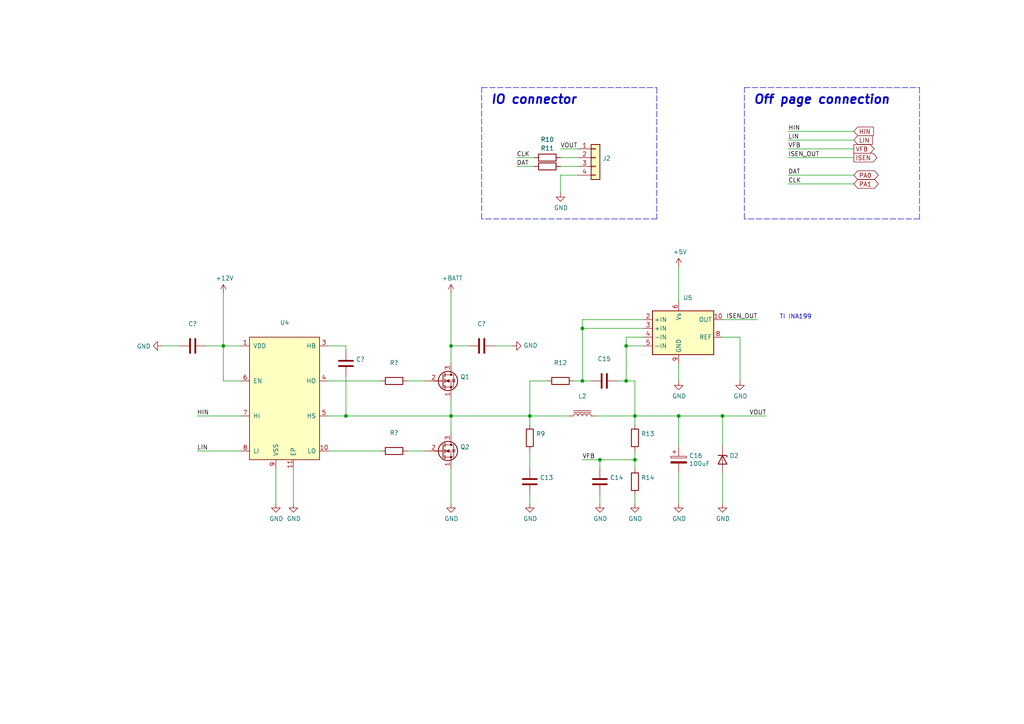
<source format=kicad_sch>
(kicad_sch (version 20211123) (generator eeschema)
  (paper "A4")
  (title_block (title "Multi purpose power converter module with CAN bus interface") (date "2021-08-31") (rev "1.1") (company "DANCHOUZHOU") (comment 1 "City Science - MIT Media Lab") (comment 2 "danchouzhou@gmail.com"))
  (lib_symbols
    (symbol "Connector_Generic:Conn_01x04" (pin_names (offset 1.016) hide)
      (property "Reference" "J" (at 0 5.08 0))
      (property "Value" "Conn_01x04" (at 0 -7.62 0))
      (symbol "Conn_01x04_1_1"
        (rectangle (start -1.27 -4.953) (end 0 -5.207) (stroke (width 0.1524)))
        (rectangle (start -1.27 -2.413) (end 0 -2.667) (stroke (width 0.1524)))
        (rectangle (start -1.27 0.127) (end 0 -0.127) (stroke (width 0.1524)))
        (rectangle (start -1.27 2.667) (end 0 2.413) (stroke (width 0.1524)))
        (rectangle (start -1.27 3.81) (end 1.27 -6.35) (stroke (width 0.254)) (fill (type background)))
        (pin passive line (at -5.08 2.54 0) (length 3.81) (name "Pin_1") (number "1"))
        (pin passive line (at -5.08 0 0) (length 3.81) (name "Pin_2") (number "2"))
        (pin passive line (at -5.08 -2.54 0) (length 3.81) (name "Pin_3") (number "3"))
        (pin passive line (at -5.08 -5.08 0) (length 3.81) (name "Pin_4") (number "4"))
      )
    )
    (symbol "Device:C" (pin_numbers hide) (pin_names (offset 0.254))
      (property "Reference" "C" (at 0.635 2.54 0))
      (property "Value" "C" (at 0.635 -2.54 0))
      (symbol "C_0_1"
        (polyline (pts (xy -2.032 -0.762) (xy 2.032 -0.762)) (stroke (width 0.508)))
        (polyline (pts (xy -2.032 0.762) (xy 2.032 0.762)) (stroke (width 0.508)))
      )
      (symbol "C_1_1"
        (pin passive line (at 0 3.81 270) (length 2.794) (name "~") (number "1"))
        (pin passive line (at 0 -3.81 90) (length 2.794) (name "~") (number "2"))
      )
    )
    (symbol "Device:C_Polarized" (pin_numbers hide) (pin_names (offset 0.254))
      (property "Reference" "C" (at 0.635 2.54 0))
      (property "Value" "C_Polarized" (at 0.635 -2.54 0))
      (symbol "C_Polarized_0_1"
        (rectangle (start -2.286 0.508) (end 2.286 1.016))
        (polyline (pts (xy -1.778 2.286) (xy -0.762 2.286)))
        (polyline (pts (xy -1.27 2.794) (xy -1.27 1.778)))
        (rectangle (start 2.286 -0.508) (end -2.286 -1.016) (fill (type outline)))
      )
      (symbol "C_Polarized_1_1"
        (pin passive line (at 0 3.81 270) (length 2.794) (name "~") (number "1"))
        (pin passive line (at 0 -3.81 90) (length 2.794) (name "~") (number "2"))
      )
    )
    (symbol "Device:L_Iron" (pin_numbers hide) (pin_names (offset 1.016) hide)
      (property "Reference" "L" (at -1.27 0 90))
      (property "Value" "L_Iron" (at 2.794 0 90))
      (symbol "L_Iron_0_1"
        (arc (start 0 -2.54) (mid 0.635 -1.905) (end 0 -1.27))
        (arc (start 0 -1.27) (mid 0.635 -0.635) (end 0 0))
        (polyline (pts (xy 1.016 2.54) (xy 1.016 -2.54)))
        (polyline (pts (xy 1.524 -2.54) (xy 1.524 2.54)))
        (arc (start 0 0) (mid 0.635 0.635) (end 0 1.27))
        (arc (start 0 1.27) (mid 0.635 1.905) (end 0 2.54))
      )
      (symbol "L_Iron_1_1"
        (pin passive line (at 0 3.81 270) (length 1.27) (name "1") (number "1"))
        (pin passive line (at 0 -3.81 90) (length 1.27) (name "2") (number "2"))
      )
    )
    (symbol "Device:Q_NMOS_SGD" (pin_names (offset 0) hide)
      (property "Reference" "Q" (at 5.08 1.27 0))
      (property "Value" "Q_NMOS_SGD" (at 5.08 -1.27 0))
      (symbol "Q_NMOS_SGD_0_1"
        (polyline (pts (xy 0.254 0) (xy -2.54 0)))
        (polyline (pts (xy 0.254 1.905) (xy 0.254 -1.905)) (stroke (width 0.254)))
        (polyline (pts (xy 0.762 -1.27) (xy 0.762 -2.286)) (stroke (width 0.254)))
        (polyline (pts (xy 0.762 0.508) (xy 0.762 -0.508)) (stroke (width 0.254)))
        (polyline (pts (xy 0.762 2.286) (xy 0.762 1.27)) (stroke (width 0.254)))
        (polyline (pts (xy 2.54 2.54) (xy 2.54 1.778)))
        (polyline (pts (xy 2.54 -2.54) (xy 2.54 0) (xy 0.762 0)))
        (polyline (pts (xy 0.762 -1.778) (xy 3.302 -1.778) (xy 3.302 1.778) (xy 0.762 1.778)))
        (polyline (pts (xy 1.016 0) (xy 2.032 0.381) (xy 2.032 -0.381) (xy 1.016 0)) (fill (type outline)))
        (polyline (pts (xy 2.794 0.508) (xy 2.921 0.381) (xy 3.683 0.381) (xy 3.81 0.254)))
        (polyline (pts (xy 3.302 0.381) (xy 2.921 -0.254) (xy 3.683 -0.254) (xy 3.302 0.381)))
        (circle (center 1.651 0) (radius 2.794) (stroke (width 0.254)))
        (circle (center 2.54 -1.778) (radius 0.254) (fill (type outline)))
        (circle (center 2.54 1.778) (radius 0.254) (fill (type outline)))
      )
      (symbol "Q_NMOS_SGD_1_1"
        (pin passive line (at 2.54 -5.08 90) (length 2.54) (name "S") (number "1"))
        (pin input line (at -5.08 0 0) (length 5.08) (name "G") (number "2"))
        (pin passive line (at 2.54 5.08 270) (length 2.54) (name "D") (number "3"))
      )
    )
    (symbol "Device:R" (pin_numbers hide) (pin_names (offset 0))
      (property "Reference" "R" (at 2.032 0 90))
      (property "Value" "R" (at 0 0 90))
      (symbol "R_0_1"
        (rectangle (start -1.016 -2.54) (end 1.016 2.54) (stroke (width 0.254)))
      )
      (symbol "R_1_1"
        (pin passive line (at 0 3.81 270) (length 1.27) (name "~") (number "1"))
        (pin passive line (at 0 -3.81 90) (length 1.27) (name "~") (number "2"))
      )
    )
    (symbol "Diode:5KPxxA" (pin_numbers hide) (pin_names (offset 1.016) hide)
      (property "Reference" "D" (at 0 2.54 0))
      (property "Value" "5KPxxA" (at 0 -2.54 0))
      (symbol "5KPxxA_0_1"
        (polyline (pts (xy 1.27 0) (xy -1.27 0)))
        (polyline (pts (xy -0.762 1.27) (xy -1.27 1.27) (xy -1.27 -1.27)) (stroke (width 0.254)))
        (polyline (pts (xy 1.27 1.27) (xy 1.27 -1.27) (xy -1.27 0) (xy 1.27 1.27)) (stroke (width 0.254)))
      )
      (symbol "5KPxxA_1_1"
        (pin passive line (at -3.81 0 0) (length 2.54) (name "A1") (number "1"))
        (pin passive line (at 3.81 0 180) (length 2.54) (name "A2") (number "2"))
      )
    )
    (symbol "NCS214:NCS214RMUTAG"
      (property "Reference" "U" (at -7.62 8.89 0))
      (property "Value" "NCS214RMUTAG" (at 2.54 8.89 0))
      (symbol "NCS214RMUTAG_0_1"
        (rectangle (start -7.62 7.62) (end 10.16 -5.08) (stroke (width 0.254)) (fill (type background)))
      )
      (symbol "NCS214RMUTAG_1_1"
        (pin output line (at 12.7 5.08 180) (length 2.54) (name "OUT") (number "10"))
        (pin input line (at -10.16 5.08 0) (length 2.54) (name "+IN") (number "2"))
        (pin input line (at -10.16 2.54 0) (length 2.54) (name "+IN") (number "3"))
        (pin input line (at -10.16 0 0) (length 2.54) (name "-IN") (number "4"))
        (pin input line (at -10.16 -2.54 0) (length 2.54) (name "-IN") (number "5"))
        (pin power_in line (at 0 10.16 270) (length 2.54) (name "Vs") (number "6"))
        (pin input line (at 12.7 0 180) (length 2.54) (name "REF") (number "8"))
        (pin power_in line (at 0 -7.62 90) (length 2.54) (name "GND") (number "9"))
      )
    )
    (symbol "UCC27282:UCC27282DRCR" (pin_names (offset 1.016))
      (property "Reference" "U" (at 0 21.59 0))
      (property "Value" "UCC27282DRCR" (at 0 19.05 0))
      (symbol "UCC27282DRCR_0_1"
        (rectangle (start -10.16 17.78) (end 10.16 -17.78) (stroke (width 0.2032)) (fill (type background)))
      )
      (symbol "UCC27282DRCR_1_1"
        (pin power_in line (at -12.7 15.24 0) (length 2.54) (name "VDD") (number "1"))
        (pin output line (at 12.7 -15.24 180) (length 2.54) (name "LO") (number "10"))
        (pin passive line (at 2.54 -20.32 90) (length 2.54) (name "EP") (number "11"))
        (pin passive line (at 12.7 15.24 180) (length 2.54) (name "HB") (number "3"))
        (pin output line (at 12.7 5.08 180) (length 2.54) (name "HO") (number "4"))
        (pin output line (at 12.7 -5.08 180) (length 2.54) (name "HS") (number "5"))
        (pin input line (at -12.7 5.08 0) (length 2.54) (name "EN") (number "6"))
        (pin input line (at -12.7 -5.08 0) (length 2.54) (name "HI") (number "7"))
        (pin input line (at -12.7 -15.24 0) (length 2.54) (name "LI") (number "8"))
        (pin power_in line (at -2.54 -20.32 90) (length 2.54) (name "VSS") (number "9"))
      )
    )
    (symbol "power:+12V" (power) (pin_names (offset 0))
      (property "Value" "+12V" (at 0 3.556 0))
      (symbol "+12V_0_1"
        (polyline (pts (xy -0.762 1.27) (xy 0 2.54)))
        (polyline (pts (xy 0 0) (xy 0 2.54)))
        (polyline (pts (xy 0 2.54) (xy 0.762 1.27)))
      )
      (symbol "+12V_1_1"
        (pin power_in line (at 0 0 90) (length 0) hide (name "+12V") (number "1"))
      )
    )
    (symbol "power:+5V" (power) (pin_names (offset 0))
      (property "Value" "+5V" (at 0 3.556 0))
      (symbol "+5V_0_1"
        (polyline (pts (xy -0.762 1.27) (xy 0 2.54)))
        (polyline (pts (xy 0 0) (xy 0 2.54)))
        (polyline (pts (xy 0 2.54) (xy 0.762 1.27)))
      )
      (symbol "+5V_1_1"
        (pin power_in line (at 0 0 90) (length 0) hide (name "+5V") (number "1"))
      )
    )
    (symbol "power:+BATT" (power) (pin_names (offset 0))
      (property "Value" "+BATT" (at 0 3.556 0))
      (symbol "+BATT_0_1"
        (polyline (pts (xy -0.762 1.27) (xy 0 2.54)))
        (polyline (pts (xy 0 0) (xy 0 2.54)))
        (polyline (pts (xy 0 2.54) (xy 0.762 1.27)))
      )
      (symbol "+BATT_1_1"
        (pin power_in line (at 0 0 90) (length 0) hide (name "+BATT") (number "1"))
      )
    )
    (symbol "power:GND" (power) (pin_names (offset 0))
      (property "Value" "GND" (at 0 -3.81 0))
      (symbol "GND_0_1"
        (polyline (pts (xy 0 0) (xy 0 -1.27) (xy 1.27 -1.27) (xy 0 -2.54) (xy -1.27 -1.27) (xy 0 -1.27)))
      )
      (symbol "GND_1_1"
        (pin power_in line (at 0 0 270) (length 0) hide (name "GND") (number "1"))
      )
    )
  )
  (junction (at 181.61 110.49))
  (junction (at 168.91 95.25))
  (junction (at 184.15 120.65))
  (junction (at 64.77 100.33))
  (junction (at 130.81 120.65))
  (junction (at 184.15 133.35))
  (junction (at 196.85 120.65))
  (junction (at 153.67 120.65))
  (junction (at 100.33 120.65))
  (junction (at 168.91 110.49))
  (junction (at 181.61 100.33))
  (junction (at 173.99 133.35))
  (junction (at 130.81 100.33))
  (junction (at 209.55 120.65))
  (wire (pts (xy 168.91 92.71) (xy 168.91 95.25)))
  (wire (pts (xy 209.55 120.65) (xy 222.25 120.65)))
  (wire (pts (xy 214.63 97.79) (xy 214.63 110.49)))
  (polyline (pts (xy 266.7 25.4) (xy 266.7 63.5)))
  (wire (pts (xy 153.67 120.65) (xy 165.1 120.65)))
  (wire (pts (xy 209.55 97.79) (xy 214.63 97.79)))
  (wire (pts (xy 80.01 135.89) (xy 80.01 146.05)))
  (polyline (pts (xy 190.5 63.5) (xy 139.7 63.5)))
  (wire (pts (xy 130.81 100.33) (xy 135.89 100.33)))
  (wire (pts (xy 149.86 48.26) (xy 154.94 48.26)))
  (wire (pts (xy 153.67 123.19) (xy 153.67 120.65)))
  (wire (pts (xy 167.64 45.72) (xy 162.56 45.72)))
  (polyline (pts (xy 215.9 25.4) (xy 266.7 25.4)))
  (wire (pts (xy 162.56 48.26) (xy 167.64 48.26)))
  (wire (pts (xy 100.33 100.33) (xy 95.25 100.33)))
  (wire (pts (xy 100.33 120.65) (xy 95.25 120.65)))
  (wire (pts (xy 130.81 135.89) (xy 130.81 146.05)))
  (wire (pts (xy 209.55 92.71) (xy 219.71 92.71)))
  (wire (pts (xy 153.67 110.49) (xy 153.67 120.65)))
  (wire (pts (xy 148.59 100.33) (xy 143.51 100.33)))
  (wire (pts (xy 95.25 130.81) (xy 110.49 130.81)))
  (wire (pts (xy 184.15 120.65) (xy 196.85 120.65)))
  (wire (pts (xy 130.81 85.09) (xy 130.81 100.33)))
  (wire (pts (xy 186.69 97.79) (xy 181.61 97.79)))
  (wire (pts (xy 162.56 50.8) (xy 162.56 55.88)))
  (polyline (pts (xy 215.9 63.5) (xy 215.9 25.4)))
  (wire (pts (xy 85.09 135.89) (xy 85.09 146.05)))
  (wire (pts (xy 166.37 110.49) (xy 168.91 110.49)))
  (wire (pts (xy 209.55 146.05) (xy 209.55 137.16)))
  (polyline (pts (xy 266.7 63.5) (xy 215.9 63.5)))
  (wire (pts (xy 228.6 50.8) (xy 247.65 50.8)))
  (wire (pts (xy 228.6 45.72) (xy 247.65 45.72)))
  (wire (pts (xy 118.11 110.49) (xy 123.19 110.49)))
  (wire (pts (xy 64.77 85.09) (xy 64.77 100.33)))
  (polyline (pts (xy 139.7 63.5) (xy 139.7 25.4)))
  (wire (pts (xy 184.15 120.65) (xy 184.15 123.19)))
  (wire (pts (xy 196.85 129.54) (xy 196.85 120.65)))
  (wire (pts (xy 153.67 143.51) (xy 153.67 146.05)))
  (wire (pts (xy 168.91 110.49) (xy 171.45 110.49)))
  (wire (pts (xy 172.72 120.65) (xy 184.15 120.65)))
  (wire (pts (xy 184.15 133.35) (xy 184.15 135.89)))
  (wire (pts (xy 167.64 50.8) (xy 162.56 50.8)))
  (polyline (pts (xy 190.5 25.4) (xy 190.5 63.5)))
  (wire (pts (xy 100.33 101.6) (xy 100.33 100.33)))
  (wire (pts (xy 228.6 43.18) (xy 247.65 43.18)))
  (wire (pts (xy 153.67 135.89) (xy 153.67 130.81)))
  (wire (pts (xy 153.67 110.49) (xy 158.75 110.49)))
  (wire (pts (xy 59.69 100.33) (xy 64.77 100.33)))
  (wire (pts (xy 64.77 110.49) (xy 69.85 110.49)))
  (wire (pts (xy 209.55 129.54) (xy 209.55 120.65)))
  (wire (pts (xy 181.61 100.33) (xy 181.61 110.49)))
  (wire (pts (xy 173.99 143.51) (xy 173.99 146.05)))
  (wire (pts (xy 196.85 146.05) (xy 196.85 137.16)))
  (wire (pts (xy 179.07 110.49) (xy 181.61 110.49)))
  (wire (pts (xy 173.99 133.35) (xy 173.99 135.89)))
  (wire (pts (xy 228.6 53.34) (xy 247.65 53.34)))
  (wire (pts (xy 57.15 120.65) (xy 69.85 120.65)))
  (wire (pts (xy 100.33 109.22) (xy 100.33 120.65)))
  (wire (pts (xy 228.6 40.64) (xy 247.65 40.64)))
  (wire (pts (xy 181.61 110.49) (xy 184.15 110.49)))
  (wire (pts (xy 173.99 133.35) (xy 168.91 133.35)))
  (wire (pts (xy 130.81 105.41) (xy 130.81 100.33)))
  (wire (pts (xy 167.64 43.18) (xy 162.56 43.18)))
  (wire (pts (xy 118.11 130.81) (xy 123.19 130.81)))
  (wire (pts (xy 186.69 92.71) (xy 168.91 92.71)))
  (polyline (pts (xy 139.7 25.4) (xy 190.5 25.4)))
  (wire (pts (xy 95.25 110.49) (xy 110.49 110.49)))
  (wire (pts (xy 46.99 100.33) (xy 52.07 100.33)))
  (wire (pts (xy 168.91 95.25) (xy 168.91 110.49)))
  (wire (pts (xy 184.15 143.51) (xy 184.15 146.05)))
  (wire (pts (xy 184.15 110.49) (xy 184.15 120.65)))
  (wire (pts (xy 186.69 100.33) (xy 181.61 100.33)))
  (wire (pts (xy 184.15 130.81) (xy 184.15 133.35)))
  (wire (pts (xy 181.61 97.79) (xy 181.61 100.33)))
  (wire (pts (xy 100.33 120.65) (xy 130.81 120.65)))
  (wire (pts (xy 154.94 45.72) (xy 149.86 45.72)))
  (wire (pts (xy 228.6 38.1) (xy 247.65 38.1)))
  (wire (pts (xy 57.15 130.81) (xy 69.85 130.81)))
  (wire (pts (xy 64.77 100.33) (xy 69.85 100.33)))
  (wire (pts (xy 196.85 77.47) (xy 196.85 87.63)))
  (wire (pts (xy 196.85 110.49) (xy 196.85 105.41)))
  (wire (pts (xy 64.77 100.33) (xy 64.77 110.49)))
  (wire (pts (xy 196.85 120.65) (xy 209.55 120.65)))
  (wire (pts (xy 130.81 120.65) (xy 130.81 125.73)))
  (wire (pts (xy 130.81 120.65) (xy 153.67 120.65)))
  (wire (pts (xy 184.15 133.35) (xy 173.99 133.35)))
  (wire (pts (xy 186.69 95.25) (xy 168.91 95.25)))
  (wire (pts (xy 130.81 115.57) (xy 130.81 120.65)))
  (text "Off page connection" (at 218.44 30.48 0) (effects (font (size 2.54 2.54) (thickness 0.508) bold italic) (justify left bottom)))
  (text "IO connector" (at 142.24 30.48 0) (effects (font (size 2.54 2.54) (thickness 0.508) bold italic) (justify left bottom)))
  (text "TI INA199" (at 226.06 92.71 0) (effects (font (size 1.27 1.27)) (justify left bottom)))
  (label "DAT" (at 149.86 48.26 0))
  (label "LIN" (at 228.6 40.64 0))
  (label "LIN" (at 57.15 130.81 0))
  (label "HIN" (at 57.15 120.65 0))
  (label "CLK" (at 228.6 53.34 0))
  (label "DAT" (at 228.6 50.8 0))
  (label "VOUT" (at 162.56 43.18 0))
  (label "HIN" (at 228.6 38.1 0))
  (label "ISEN_OUT" (at 219.71 92.71 180))
  (label "ISEN_OUT" (at 228.6 45.72 0))
  (label "VOUT" (at 222.25 120.65 180))
  (label "VFB" (at 228.6 43.18 0))
  (label "VFB" (at 168.91 133.35 0))
  (label "CLK" (at 149.86 45.72 0))
  (global_label "HIN" (shape input) (at 247.65 38.1 0) (property "Intersheet References" "${INTERSHEET_REFS}" (effects hide)))
  (global_label "LIN" (shape input) (at 247.65 40.64 0) (property "Intersheet References" "${INTERSHEET_REFS}" (effects hide)))
  (global_label "VFB" (shape output) (at 247.65 43.18 0) (property "Intersheet References" "${INTERSHEET_REFS}" (effects hide)))
  (global_label "PA1" (shape bidirectional) (at 247.65 53.34 0) (property "Intersheet References" "${INTERSHEET_REFS}" (effects hide)))
  (global_label "ISEN" (shape output) (at 247.65 45.72 0) (property "Intersheet References" "${INTERSHEET_REFS}" (effects hide)))
  (global_label "PA0" (shape bidirectional) (at 247.65 50.8 0) (property "Intersheet References" "${INTERSHEET_REFS}" (effects hide)))
  (symbol (lib_id "Device:L_Iron") (at 168.91 120.65 90) (unit 1)
    (property "Reference" "L2" (at 168.91 114.935 90))
  )
  (symbol (lib_id "power:GND") (at 196.85 146.05 0) (unit 1)
    (property "Reference" "#PWR038" (effects hide))
  )
  (symbol (lib_id "Diode:5KPxxA") (at 209.55 133.35 270) (unit 1)
    (property "Reference" "D2" (at 211.5566 132.1816 90) (effects (justify left)))
    (property "Datasheet" "https://diotec.com/tl_files/diotec/files/pdf/datasheets/5kp65.pdf" (effects hide))
  )
  (symbol (lib_id "power:GND") (at 209.55 146.05 0) (unit 1)
    (property "Reference" "#PWR039" (effects hide))
  )
  (symbol (lib_id "Device:C") (at 100.33 105.41 0) (unit 1)
    (property "Reference" "C?" (at 103.251 104.2416 0) (effects (justify left)))
  )
  (symbol (lib_id "power:GND") (at 130.81 146.05 0) (unit 1)
    (property "Reference" "#PWR?" (effects hide))
  )
  (symbol (lib_id "power:GND") (at 80.01 146.05 0) (unit 1)
    (property "Reference" "#PWR?" (effects hide))
  )
  (symbol (lib_id "Device:C") (at 55.88 100.33 270) (unit 1)
    (property "Reference" "C?" (at 55.88 93.9292 90))
  )
  (symbol (lib_id "power:GND") (at 46.99 100.33 270) (unit 1)
    (property "Reference" "#PWR?" (effects hide))
  )
  (symbol (lib_id "power:+12V") (at 64.77 85.09 0) (unit 1)
    (property "Reference" "#PWR?" (effects hide))
  )
  (symbol (lib_id "Device:C") (at 139.7 100.33 270) (unit 1)
    (property "Reference" "C?" (at 139.7 93.9292 90))
  )
  (symbol (lib_id "Device:R") (at 114.3 110.49 270) (unit 1)
    (property "Reference" "R?" (at 114.3 105.2322 90))
  )
  (symbol (lib_id "Device:R") (at 114.3 130.81 270) (unit 1)
    (property "Reference" "R?" (at 114.3 125.5522 90))
  )
  (symbol (lib_id "power:GND") (at 85.09 146.05 0) (unit 1)
    (property "Reference" "#PWR?" (effects hide))
  )
  (symbol (lib_id "UCC27282:UCC27282DRCR") (at 82.55 115.57 0) (unit 1)
    (property "Reference" "U4" (at 82.55 93.5736 0))
    (property "Datasheet" "https://www.ti.com/lit/ds/symlink/ucc27282.pdf" (effects hide))
  )
  (symbol (lib_id "Device:C_Polarized") (at 196.85 133.35 0) (unit 1)
    (property "Reference" "C16" (at 199.8472 132.1816 0) (effects (justify left)))
    (property "Value" "100uF" (at 199.8472 134.493 0) (effects (justify left)))
    (property "Footprint" "Capacitor_Tantalum_SMD:CP_EIA-7343-31_Kemet-D" (effects hide))
  )
  (symbol (lib_id "Device:R") (at 153.67 127 0) (unit 1)
    (property "Reference" "R9" (at 155.448 125.8316 0) (effects (justify left)))
  )
  (symbol (lib_id "Device:C") (at 153.67 139.7 0) (unit 1)
    (property "Reference" "C13" (at 156.591 138.5316 0) (effects (justify left)))
  )
  (symbol (lib_id "power:GND") (at 153.67 146.05 0) (unit 1)
    (property "Reference" "#PWR?" (effects hide))
  )
  (symbol (lib_id "power:GND") (at 148.59 100.33 90) (unit 1)
    (property "Reference" "#PWR?" (effects hide))
  )
  (symbol (lib_id "Device:R") (at 184.15 127 0) (unit 1)
    (property "Reference" "R13" (at 185.928 125.8316 0) (effects (justify left)))
  )
  (symbol (lib_id "Device:R") (at 184.15 139.7 0) (unit 1)
    (property "Reference" "R14" (at 185.928 138.5316 0) (effects (justify left)))
  )
  (symbol (lib_id "power:GND") (at 184.15 146.05 0) (unit 1)
    (property "Reference" "#PWR035" (effects hide))
  )
  (symbol (lib_id "Device:C") (at 173.99 139.7 0) (unit 1)
    (property "Reference" "C14" (at 176.911 138.5316 0) (effects (justify left)))
  )
  (symbol (lib_id "power:GND") (at 173.99 146.05 0) (unit 1)
    (property "Reference" "#PWR034" (effects hide))
  )
  (symbol (lib_id "Device:Q_NMOS_SGD") (at 128.27 110.49 0) (unit 1)
    (property "Reference" "Q1" (at 133.477 109.3216 0) (effects (justify left)))
  )
  (symbol (lib_id "Device:Q_NMOS_SGD") (at 128.27 130.81 0) (unit 1)
    (property "Reference" "Q2" (at 133.477 129.6416 0) (effects (justify left)))
  )
  (symbol (lib_id "Device:R") (at 162.56 110.49 270) (unit 1)
    (property "Reference" "R12" (at 162.56 105.2322 90))
  )
  (symbol (lib_id "Device:C") (at 175.26 110.49 270) (unit 1)
    (property "Reference" "C15" (at 175.26 104.0892 90))
  )
  (symbol (lib_id "Connector_Generic:Conn_01x04") (at 172.72 45.72 0) (unit 1)
    (property "Reference" "J2" (at 174.752 45.9232 0) (effects (justify left)))
  )
  (symbol (lib_id "Device:R") (at 158.75 45.72 270) (unit 1)
    (property "Reference" "R10" (at 158.75 40.4622 90))
  )
  (symbol (lib_id "Device:R") (at 158.75 48.26 270) (unit 1)
    (property "Reference" "R11" (at 158.75 43.0022 90))
  )
  (symbol (lib_id "power:GND") (at 162.56 55.88 0) (unit 1)
    (property "Reference" "#PWR033" (effects hide))
  )
  (symbol (lib_id "NCS214:NCS214RMUTAG") (at 196.85 97.79 0) (unit 1)
    (property "Reference" "U5" (at 198.12 86.36 0) (effects (justify left)))
    (property "Datasheet" "https://www.onsemi.com/pub/Collateral/NCS210R-D.PDF" (effects hide))
  )
  (symbol (lib_id "power:GND") (at 196.85 110.49 0) (unit 1)
    (property "Reference" "#PWR037" (effects hide))
  )
  (symbol (lib_id "power:+5V") (at 196.85 77.47 0) (unit 1)
    (property "Reference" "#PWR036" (effects hide))
  )
  (symbol (lib_id "power:GND") (at 214.63 110.49 0) (unit 1)
    (property "Reference" "#PWR041" (effects hide))
  )
  (symbol (lib_id "power:+BATT") (at 130.81 85.09 0) (unit 1)
    (property "Reference" "#PWR029" (effects hide))
  )
)
</source>
